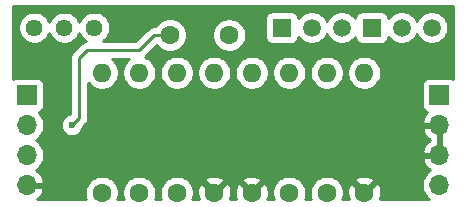
<source format=gbl>
%TF.GenerationSoftware,KiCad,Pcbnew,(5.1.8)-1*%
%TF.CreationDate,2021-02-01T19:36:53+01:00*%
%TF.ProjectId,Composite Video Amplifier,436f6d70-6f73-4697-9465-20566964656f,rev?*%
%TF.SameCoordinates,Original*%
%TF.FileFunction,Copper,L2,Bot*%
%TF.FilePolarity,Positive*%
%FSLAX46Y46*%
G04 Gerber Fmt 4.6, Leading zero omitted, Abs format (unit mm)*
G04 Created by KiCad (PCBNEW (5.1.8)-1) date 2021-02-01 19:36:53*
%MOMM*%
%LPD*%
G01*
G04 APERTURE LIST*
%TA.AperFunction,ComponentPad*%
%ADD10C,1.600000*%
%TD*%
%TA.AperFunction,ComponentPad*%
%ADD11O,1.600000X1.600000*%
%TD*%
%TA.AperFunction,ComponentPad*%
%ADD12C,1.440000*%
%TD*%
%TA.AperFunction,ComponentPad*%
%ADD13R,1.700000X1.700000*%
%TD*%
%TA.AperFunction,ComponentPad*%
%ADD14O,1.700000X1.700000*%
%TD*%
%TA.AperFunction,ComponentPad*%
%ADD15C,1.520000*%
%TD*%
%TA.AperFunction,ComponentPad*%
%ADD16R,1.520000X1.520000*%
%TD*%
%TA.AperFunction,ViaPad*%
%ADD17C,0.600000*%
%TD*%
%TA.AperFunction,Conductor*%
%ADD18C,0.250000*%
%TD*%
%TA.AperFunction,Conductor*%
%ADD19C,0.254000*%
%TD*%
%TA.AperFunction,Conductor*%
%ADD20C,0.100000*%
%TD*%
G04 APERTURE END LIST*
D10*
%TO.P,R3,1*%
%TO.N,GND*%
X150495000Y-135255000D03*
D11*
%TO.P,R3,2*%
%TO.N,Net-(Q1-Pad2)*%
X150495000Y-125095000D03*
%TD*%
D12*
%TO.P,RV1,1*%
%TO.N,Net-(Q1-Pad2)*%
X135255000Y-121285000D03*
%TO.P,RV1,2*%
%TO.N,Net-(C1-Pad1)*%
X137795000Y-121285000D03*
%TO.P,RV1,3*%
X140335000Y-121285000D03*
%TD*%
D10*
%TO.P,C1,1*%
%TO.N,Net-(C1-Pad1)*%
X151765000Y-121920000D03*
%TO.P,C1,2*%
%TO.N,/VID_IN*%
X146765000Y-121920000D03*
%TD*%
D13*
%TO.P,J2,1*%
%TO.N,/VID_OUT*%
X169545000Y-127000000D03*
D14*
%TO.P,J2,2*%
%TO.N,GND*%
X169545000Y-129540000D03*
%TO.P,J2,3*%
X169545000Y-132080000D03*
%TO.P,J2,4*%
%TO.N,/AUD_OUT*%
X169545000Y-134620000D03*
%TD*%
D15*
%TO.P,Q1,2*%
%TO.N,Net-(Q1-Pad2)*%
X158750000Y-121285000D03*
%TO.P,Q1,3*%
%TO.N,Net-(Q1-Pad3)*%
X161290000Y-121285000D03*
D16*
%TO.P,Q1,1*%
%TO.N,Net-(Q1-Pad1)*%
X156210000Y-121285000D03*
%TD*%
D15*
%TO.P,Q2,2*%
%TO.N,Net-(Q1-Pad3)*%
X166370000Y-121285000D03*
%TO.P,Q2,3*%
%TO.N,/VID_OUT*%
X168910000Y-121285000D03*
D16*
%TO.P,Q2,1*%
%TO.N,Net-(Q2-Pad1)*%
X163830000Y-121285000D03*
%TD*%
D10*
%TO.P,R1,1*%
%TO.N,/VID_IN*%
X144145000Y-135255000D03*
D11*
%TO.P,R1,2*%
%TO.N,Net-(C1-Pad1)*%
X144145000Y-125095000D03*
%TD*%
D10*
%TO.P,R2,1*%
%TO.N,VCC*%
X147320000Y-135255000D03*
D11*
%TO.P,R2,2*%
%TO.N,Net-(Q1-Pad2)*%
X147320000Y-125095000D03*
%TD*%
D10*
%TO.P,R4,1*%
%TO.N,VCC*%
X156845000Y-135255000D03*
D11*
%TO.P,R4,2*%
%TO.N,Net-(Q1-Pad3)*%
X156845000Y-125095000D03*
%TD*%
D10*
%TO.P,R5,1*%
%TO.N,GND*%
X153670000Y-135255000D03*
D11*
%TO.P,R5,2*%
%TO.N,Net-(Q1-Pad1)*%
X153670000Y-125095000D03*
%TD*%
D10*
%TO.P,R6,1*%
%TO.N,VCC*%
X160020000Y-135255000D03*
D11*
%TO.P,R6,2*%
%TO.N,Net-(Q2-Pad1)*%
X160020000Y-125095000D03*
%TD*%
D10*
%TO.P,R7,1*%
%TO.N,GND*%
X163195000Y-135255000D03*
D11*
%TO.P,R7,2*%
%TO.N,/VID_OUT*%
X163195000Y-125095000D03*
%TD*%
D10*
%TO.P,R8,1*%
%TO.N,/AUD_IN*%
X140970000Y-135255000D03*
D11*
%TO.P,R8,2*%
%TO.N,/AUD_OUT*%
X140970000Y-125095000D03*
%TD*%
D13*
%TO.P,J1,1*%
%TO.N,VCC*%
X134620000Y-127000000D03*
D14*
%TO.P,J1,2*%
%TO.N,/VID_IN*%
X134620000Y-129540000D03*
%TO.P,J1,3*%
%TO.N,/AUD_IN*%
X134620000Y-132080000D03*
%TO.P,J1,4*%
%TO.N,GND*%
X134620000Y-134620000D03*
%TD*%
D17*
%TO.N,/VID_IN*%
X138430000Y-129540000D03*
%TD*%
D18*
%TO.N,/VID_IN*%
X139065000Y-128905000D02*
X138430000Y-129540000D01*
X139065000Y-123825000D02*
X139065000Y-128905000D01*
X139700000Y-123190000D02*
X139065000Y-123825000D01*
X146765000Y-121920000D02*
X145415000Y-121920000D01*
X144145000Y-123190000D02*
X139700000Y-123190000D01*
X145415000Y-121920000D02*
X144145000Y-123190000D01*
%TD*%
D19*
%TO.N,GND*%
X170740001Y-125614389D02*
X170639180Y-125560498D01*
X170519482Y-125524188D01*
X170395000Y-125511928D01*
X168695000Y-125511928D01*
X168570518Y-125524188D01*
X168450820Y-125560498D01*
X168340506Y-125619463D01*
X168243815Y-125698815D01*
X168164463Y-125795506D01*
X168105498Y-125905820D01*
X168069188Y-126025518D01*
X168056928Y-126150000D01*
X168056928Y-127850000D01*
X168069188Y-127974482D01*
X168105498Y-128094180D01*
X168164463Y-128204494D01*
X168243815Y-128301185D01*
X168340506Y-128380537D01*
X168450820Y-128439502D01*
X168531466Y-128463966D01*
X168447412Y-128539731D01*
X168273359Y-128773080D01*
X168148175Y-129035901D01*
X168103524Y-129183110D01*
X168224845Y-129413000D01*
X169418000Y-129413000D01*
X169418000Y-129393000D01*
X169672000Y-129393000D01*
X169672000Y-129413000D01*
X169692000Y-129413000D01*
X169692000Y-129667000D01*
X169672000Y-129667000D01*
X169672000Y-131953000D01*
X169692000Y-131953000D01*
X169692000Y-132207000D01*
X169672000Y-132207000D01*
X169672000Y-132227000D01*
X169418000Y-132227000D01*
X169418000Y-132207000D01*
X168224845Y-132207000D01*
X168103524Y-132436890D01*
X168148175Y-132584099D01*
X168273359Y-132846920D01*
X168447412Y-133080269D01*
X168663645Y-133275178D01*
X168780534Y-133344805D01*
X168598368Y-133466525D01*
X168391525Y-133673368D01*
X168229010Y-133916589D01*
X168117068Y-134186842D01*
X168060000Y-134473740D01*
X168060000Y-134766260D01*
X168117068Y-135053158D01*
X168229010Y-135323411D01*
X168391525Y-135566632D01*
X168598368Y-135773475D01*
X168660515Y-135815000D01*
X164517558Y-135815000D01*
X164552571Y-135741004D01*
X164621300Y-135466816D01*
X164635217Y-135184488D01*
X164593787Y-134904870D01*
X164498603Y-134638708D01*
X164431671Y-134513486D01*
X164187702Y-134441903D01*
X163374605Y-135255000D01*
X163388748Y-135269143D01*
X163209143Y-135448748D01*
X163195000Y-135434605D01*
X163180858Y-135448748D01*
X163001253Y-135269143D01*
X163015395Y-135255000D01*
X162202298Y-134441903D01*
X161958329Y-134513486D01*
X161837429Y-134768996D01*
X161768700Y-135043184D01*
X161754783Y-135325512D01*
X161796213Y-135605130D01*
X161871266Y-135815000D01*
X161341272Y-135815000D01*
X161399853Y-135673574D01*
X161455000Y-135396335D01*
X161455000Y-135113665D01*
X161399853Y-134836426D01*
X161291680Y-134575273D01*
X161134637Y-134340241D01*
X161056694Y-134262298D01*
X162381903Y-134262298D01*
X163195000Y-135075395D01*
X164008097Y-134262298D01*
X163936514Y-134018329D01*
X163681004Y-133897429D01*
X163406816Y-133828700D01*
X163124488Y-133814783D01*
X162844870Y-133856213D01*
X162578708Y-133951397D01*
X162453486Y-134018329D01*
X162381903Y-134262298D01*
X161056694Y-134262298D01*
X160934759Y-134140363D01*
X160699727Y-133983320D01*
X160438574Y-133875147D01*
X160161335Y-133820000D01*
X159878665Y-133820000D01*
X159601426Y-133875147D01*
X159340273Y-133983320D01*
X159105241Y-134140363D01*
X158905363Y-134340241D01*
X158748320Y-134575273D01*
X158640147Y-134836426D01*
X158585000Y-135113665D01*
X158585000Y-135396335D01*
X158640147Y-135673574D01*
X158698728Y-135815000D01*
X158166272Y-135815000D01*
X158224853Y-135673574D01*
X158280000Y-135396335D01*
X158280000Y-135113665D01*
X158224853Y-134836426D01*
X158116680Y-134575273D01*
X157959637Y-134340241D01*
X157759759Y-134140363D01*
X157524727Y-133983320D01*
X157263574Y-133875147D01*
X156986335Y-133820000D01*
X156703665Y-133820000D01*
X156426426Y-133875147D01*
X156165273Y-133983320D01*
X155930241Y-134140363D01*
X155730363Y-134340241D01*
X155573320Y-134575273D01*
X155465147Y-134836426D01*
X155410000Y-135113665D01*
X155410000Y-135396335D01*
X155465147Y-135673574D01*
X155523728Y-135815000D01*
X154992558Y-135815000D01*
X155027571Y-135741004D01*
X155096300Y-135466816D01*
X155110217Y-135184488D01*
X155068787Y-134904870D01*
X154973603Y-134638708D01*
X154906671Y-134513486D01*
X154662702Y-134441903D01*
X153849605Y-135255000D01*
X153863748Y-135269143D01*
X153684143Y-135448748D01*
X153670000Y-135434605D01*
X153655858Y-135448748D01*
X153476253Y-135269143D01*
X153490395Y-135255000D01*
X152677298Y-134441903D01*
X152433329Y-134513486D01*
X152312429Y-134768996D01*
X152243700Y-135043184D01*
X152229783Y-135325512D01*
X152271213Y-135605130D01*
X152346266Y-135815000D01*
X151817558Y-135815000D01*
X151852571Y-135741004D01*
X151921300Y-135466816D01*
X151935217Y-135184488D01*
X151893787Y-134904870D01*
X151798603Y-134638708D01*
X151731671Y-134513486D01*
X151487702Y-134441903D01*
X150674605Y-135255000D01*
X150688748Y-135269143D01*
X150509143Y-135448748D01*
X150495000Y-135434605D01*
X150480858Y-135448748D01*
X150301253Y-135269143D01*
X150315395Y-135255000D01*
X149502298Y-134441903D01*
X149258329Y-134513486D01*
X149137429Y-134768996D01*
X149068700Y-135043184D01*
X149054783Y-135325512D01*
X149096213Y-135605130D01*
X149171266Y-135815000D01*
X148641272Y-135815000D01*
X148699853Y-135673574D01*
X148755000Y-135396335D01*
X148755000Y-135113665D01*
X148699853Y-134836426D01*
X148591680Y-134575273D01*
X148434637Y-134340241D01*
X148356694Y-134262298D01*
X149681903Y-134262298D01*
X150495000Y-135075395D01*
X151308097Y-134262298D01*
X152856903Y-134262298D01*
X153670000Y-135075395D01*
X154483097Y-134262298D01*
X154411514Y-134018329D01*
X154156004Y-133897429D01*
X153881816Y-133828700D01*
X153599488Y-133814783D01*
X153319870Y-133856213D01*
X153053708Y-133951397D01*
X152928486Y-134018329D01*
X152856903Y-134262298D01*
X151308097Y-134262298D01*
X151236514Y-134018329D01*
X150981004Y-133897429D01*
X150706816Y-133828700D01*
X150424488Y-133814783D01*
X150144870Y-133856213D01*
X149878708Y-133951397D01*
X149753486Y-134018329D01*
X149681903Y-134262298D01*
X148356694Y-134262298D01*
X148234759Y-134140363D01*
X147999727Y-133983320D01*
X147738574Y-133875147D01*
X147461335Y-133820000D01*
X147178665Y-133820000D01*
X146901426Y-133875147D01*
X146640273Y-133983320D01*
X146405241Y-134140363D01*
X146205363Y-134340241D01*
X146048320Y-134575273D01*
X145940147Y-134836426D01*
X145885000Y-135113665D01*
X145885000Y-135396335D01*
X145940147Y-135673574D01*
X145998728Y-135815000D01*
X145466272Y-135815000D01*
X145524853Y-135673574D01*
X145580000Y-135396335D01*
X145580000Y-135113665D01*
X145524853Y-134836426D01*
X145416680Y-134575273D01*
X145259637Y-134340241D01*
X145059759Y-134140363D01*
X144824727Y-133983320D01*
X144563574Y-133875147D01*
X144286335Y-133820000D01*
X144003665Y-133820000D01*
X143726426Y-133875147D01*
X143465273Y-133983320D01*
X143230241Y-134140363D01*
X143030363Y-134340241D01*
X142873320Y-134575273D01*
X142765147Y-134836426D01*
X142710000Y-135113665D01*
X142710000Y-135396335D01*
X142765147Y-135673574D01*
X142823728Y-135815000D01*
X142291272Y-135815000D01*
X142349853Y-135673574D01*
X142405000Y-135396335D01*
X142405000Y-135113665D01*
X142349853Y-134836426D01*
X142241680Y-134575273D01*
X142084637Y-134340241D01*
X141884759Y-134140363D01*
X141649727Y-133983320D01*
X141388574Y-133875147D01*
X141111335Y-133820000D01*
X140828665Y-133820000D01*
X140551426Y-133875147D01*
X140290273Y-133983320D01*
X140055241Y-134140363D01*
X139855363Y-134340241D01*
X139698320Y-134575273D01*
X139590147Y-134836426D01*
X139535000Y-135113665D01*
X139535000Y-135396335D01*
X139590147Y-135673574D01*
X139648728Y-135815000D01*
X135501552Y-135815000D01*
X135717588Y-135620269D01*
X135891641Y-135386920D01*
X136016825Y-135124099D01*
X136061476Y-134976890D01*
X135940155Y-134747000D01*
X134747000Y-134747000D01*
X134747000Y-134767000D01*
X134493000Y-134767000D01*
X134493000Y-134747000D01*
X134473000Y-134747000D01*
X134473000Y-134493000D01*
X134493000Y-134493000D01*
X134493000Y-134473000D01*
X134747000Y-134473000D01*
X134747000Y-134493000D01*
X135940155Y-134493000D01*
X136061476Y-134263110D01*
X136016825Y-134115901D01*
X135891641Y-133853080D01*
X135717588Y-133619731D01*
X135501355Y-133424822D01*
X135384466Y-133355195D01*
X135566632Y-133233475D01*
X135773475Y-133026632D01*
X135935990Y-132783411D01*
X136047932Y-132513158D01*
X136105000Y-132226260D01*
X136105000Y-131933740D01*
X136047932Y-131646842D01*
X135935990Y-131376589D01*
X135773475Y-131133368D01*
X135566632Y-130926525D01*
X135392240Y-130810000D01*
X135566632Y-130693475D01*
X135773475Y-130486632D01*
X135935990Y-130243411D01*
X136047932Y-129973158D01*
X136105000Y-129686260D01*
X136105000Y-129393740D01*
X136047932Y-129106842D01*
X135935990Y-128836589D01*
X135773475Y-128593368D01*
X135641620Y-128461513D01*
X135714180Y-128439502D01*
X135824494Y-128380537D01*
X135921185Y-128301185D01*
X136000537Y-128204494D01*
X136059502Y-128094180D01*
X136095812Y-127974482D01*
X136108072Y-127850000D01*
X136108072Y-126150000D01*
X136095812Y-126025518D01*
X136059502Y-125905820D01*
X136000537Y-125795506D01*
X135921185Y-125698815D01*
X135824494Y-125619463D01*
X135714180Y-125560498D01*
X135594482Y-125524188D01*
X135470000Y-125511928D01*
X133770000Y-125511928D01*
X133645518Y-125524188D01*
X133525820Y-125560498D01*
X133425000Y-125614388D01*
X133425000Y-121151544D01*
X133900000Y-121151544D01*
X133900000Y-121418456D01*
X133952072Y-121680239D01*
X134054215Y-121926833D01*
X134202503Y-122148762D01*
X134391238Y-122337497D01*
X134613167Y-122485785D01*
X134859761Y-122587928D01*
X135121544Y-122640000D01*
X135388456Y-122640000D01*
X135650239Y-122587928D01*
X135896833Y-122485785D01*
X136118762Y-122337497D01*
X136307497Y-122148762D01*
X136455785Y-121926833D01*
X136525000Y-121759734D01*
X136594215Y-121926833D01*
X136742503Y-122148762D01*
X136931238Y-122337497D01*
X137153167Y-122485785D01*
X137399761Y-122587928D01*
X137661544Y-122640000D01*
X137928456Y-122640000D01*
X138190239Y-122587928D01*
X138436833Y-122485785D01*
X138658762Y-122337497D01*
X138847497Y-122148762D01*
X138995785Y-121926833D01*
X139065000Y-121759734D01*
X139134215Y-121926833D01*
X139282503Y-122148762D01*
X139471238Y-122337497D01*
X139616486Y-122434548D01*
X139551014Y-122440997D01*
X139407753Y-122484454D01*
X139275724Y-122555026D01*
X139159999Y-122649999D01*
X139136200Y-122678998D01*
X138554002Y-123261197D01*
X138524999Y-123284999D01*
X138469871Y-123352174D01*
X138430026Y-123400724D01*
X138386451Y-123482246D01*
X138359454Y-123532754D01*
X138315997Y-123676015D01*
X138305000Y-123787668D01*
X138305000Y-123787678D01*
X138301324Y-123825000D01*
X138305000Y-123862323D01*
X138305001Y-128590197D01*
X138278351Y-128616847D01*
X138157271Y-128640932D01*
X137987111Y-128711414D01*
X137833972Y-128813738D01*
X137703738Y-128943972D01*
X137601414Y-129097111D01*
X137530932Y-129267271D01*
X137495000Y-129447911D01*
X137495000Y-129632089D01*
X137530932Y-129812729D01*
X137601414Y-129982889D01*
X137703738Y-130136028D01*
X137833972Y-130266262D01*
X137987111Y-130368586D01*
X138157271Y-130439068D01*
X138337911Y-130475000D01*
X138522089Y-130475000D01*
X138702729Y-130439068D01*
X138872889Y-130368586D01*
X139026028Y-130266262D01*
X139156262Y-130136028D01*
X139258586Y-129982889D01*
X139294207Y-129896890D01*
X168103524Y-129896890D01*
X168148175Y-130044099D01*
X168273359Y-130306920D01*
X168447412Y-130540269D01*
X168663645Y-130735178D01*
X168789255Y-130810000D01*
X168663645Y-130884822D01*
X168447412Y-131079731D01*
X168273359Y-131313080D01*
X168148175Y-131575901D01*
X168103524Y-131723110D01*
X168224845Y-131953000D01*
X169418000Y-131953000D01*
X169418000Y-129667000D01*
X168224845Y-129667000D01*
X168103524Y-129896890D01*
X139294207Y-129896890D01*
X139329068Y-129812729D01*
X139353153Y-129691649D01*
X139576002Y-129468800D01*
X139605001Y-129445001D01*
X139699974Y-129329276D01*
X139770546Y-129197247D01*
X139814003Y-129053986D01*
X139825000Y-128942333D01*
X139828677Y-128905000D01*
X139825000Y-128867667D01*
X139825000Y-125964317D01*
X139855363Y-126009759D01*
X140055241Y-126209637D01*
X140290273Y-126366680D01*
X140551426Y-126474853D01*
X140828665Y-126530000D01*
X141111335Y-126530000D01*
X141388574Y-126474853D01*
X141649727Y-126366680D01*
X141884759Y-126209637D01*
X142084637Y-126009759D01*
X142241680Y-125774727D01*
X142349853Y-125513574D01*
X142405000Y-125236335D01*
X142405000Y-124953665D01*
X142349853Y-124676426D01*
X142241680Y-124415273D01*
X142084637Y-124180241D01*
X141884759Y-123980363D01*
X141839317Y-123950000D01*
X143275683Y-123950000D01*
X143230241Y-123980363D01*
X143030363Y-124180241D01*
X142873320Y-124415273D01*
X142765147Y-124676426D01*
X142710000Y-124953665D01*
X142710000Y-125236335D01*
X142765147Y-125513574D01*
X142873320Y-125774727D01*
X143030363Y-126009759D01*
X143230241Y-126209637D01*
X143465273Y-126366680D01*
X143726426Y-126474853D01*
X144003665Y-126530000D01*
X144286335Y-126530000D01*
X144563574Y-126474853D01*
X144824727Y-126366680D01*
X145059759Y-126209637D01*
X145259637Y-126009759D01*
X145416680Y-125774727D01*
X145524853Y-125513574D01*
X145580000Y-125236335D01*
X145580000Y-124953665D01*
X145885000Y-124953665D01*
X145885000Y-125236335D01*
X145940147Y-125513574D01*
X146048320Y-125774727D01*
X146205363Y-126009759D01*
X146405241Y-126209637D01*
X146640273Y-126366680D01*
X146901426Y-126474853D01*
X147178665Y-126530000D01*
X147461335Y-126530000D01*
X147738574Y-126474853D01*
X147999727Y-126366680D01*
X148234759Y-126209637D01*
X148434637Y-126009759D01*
X148591680Y-125774727D01*
X148699853Y-125513574D01*
X148755000Y-125236335D01*
X148755000Y-124953665D01*
X149060000Y-124953665D01*
X149060000Y-125236335D01*
X149115147Y-125513574D01*
X149223320Y-125774727D01*
X149380363Y-126009759D01*
X149580241Y-126209637D01*
X149815273Y-126366680D01*
X150076426Y-126474853D01*
X150353665Y-126530000D01*
X150636335Y-126530000D01*
X150913574Y-126474853D01*
X151174727Y-126366680D01*
X151409759Y-126209637D01*
X151609637Y-126009759D01*
X151766680Y-125774727D01*
X151874853Y-125513574D01*
X151930000Y-125236335D01*
X151930000Y-124953665D01*
X152235000Y-124953665D01*
X152235000Y-125236335D01*
X152290147Y-125513574D01*
X152398320Y-125774727D01*
X152555363Y-126009759D01*
X152755241Y-126209637D01*
X152990273Y-126366680D01*
X153251426Y-126474853D01*
X153528665Y-126530000D01*
X153811335Y-126530000D01*
X154088574Y-126474853D01*
X154349727Y-126366680D01*
X154584759Y-126209637D01*
X154784637Y-126009759D01*
X154941680Y-125774727D01*
X155049853Y-125513574D01*
X155105000Y-125236335D01*
X155105000Y-124953665D01*
X155410000Y-124953665D01*
X155410000Y-125236335D01*
X155465147Y-125513574D01*
X155573320Y-125774727D01*
X155730363Y-126009759D01*
X155930241Y-126209637D01*
X156165273Y-126366680D01*
X156426426Y-126474853D01*
X156703665Y-126530000D01*
X156986335Y-126530000D01*
X157263574Y-126474853D01*
X157524727Y-126366680D01*
X157759759Y-126209637D01*
X157959637Y-126009759D01*
X158116680Y-125774727D01*
X158224853Y-125513574D01*
X158280000Y-125236335D01*
X158280000Y-124953665D01*
X158585000Y-124953665D01*
X158585000Y-125236335D01*
X158640147Y-125513574D01*
X158748320Y-125774727D01*
X158905363Y-126009759D01*
X159105241Y-126209637D01*
X159340273Y-126366680D01*
X159601426Y-126474853D01*
X159878665Y-126530000D01*
X160161335Y-126530000D01*
X160438574Y-126474853D01*
X160699727Y-126366680D01*
X160934759Y-126209637D01*
X161134637Y-126009759D01*
X161291680Y-125774727D01*
X161399853Y-125513574D01*
X161455000Y-125236335D01*
X161455000Y-124953665D01*
X161760000Y-124953665D01*
X161760000Y-125236335D01*
X161815147Y-125513574D01*
X161923320Y-125774727D01*
X162080363Y-126009759D01*
X162280241Y-126209637D01*
X162515273Y-126366680D01*
X162776426Y-126474853D01*
X163053665Y-126530000D01*
X163336335Y-126530000D01*
X163613574Y-126474853D01*
X163874727Y-126366680D01*
X164109759Y-126209637D01*
X164309637Y-126009759D01*
X164466680Y-125774727D01*
X164574853Y-125513574D01*
X164630000Y-125236335D01*
X164630000Y-124953665D01*
X164574853Y-124676426D01*
X164466680Y-124415273D01*
X164309637Y-124180241D01*
X164109759Y-123980363D01*
X163874727Y-123823320D01*
X163613574Y-123715147D01*
X163336335Y-123660000D01*
X163053665Y-123660000D01*
X162776426Y-123715147D01*
X162515273Y-123823320D01*
X162280241Y-123980363D01*
X162080363Y-124180241D01*
X161923320Y-124415273D01*
X161815147Y-124676426D01*
X161760000Y-124953665D01*
X161455000Y-124953665D01*
X161399853Y-124676426D01*
X161291680Y-124415273D01*
X161134637Y-124180241D01*
X160934759Y-123980363D01*
X160699727Y-123823320D01*
X160438574Y-123715147D01*
X160161335Y-123660000D01*
X159878665Y-123660000D01*
X159601426Y-123715147D01*
X159340273Y-123823320D01*
X159105241Y-123980363D01*
X158905363Y-124180241D01*
X158748320Y-124415273D01*
X158640147Y-124676426D01*
X158585000Y-124953665D01*
X158280000Y-124953665D01*
X158224853Y-124676426D01*
X158116680Y-124415273D01*
X157959637Y-124180241D01*
X157759759Y-123980363D01*
X157524727Y-123823320D01*
X157263574Y-123715147D01*
X156986335Y-123660000D01*
X156703665Y-123660000D01*
X156426426Y-123715147D01*
X156165273Y-123823320D01*
X155930241Y-123980363D01*
X155730363Y-124180241D01*
X155573320Y-124415273D01*
X155465147Y-124676426D01*
X155410000Y-124953665D01*
X155105000Y-124953665D01*
X155049853Y-124676426D01*
X154941680Y-124415273D01*
X154784637Y-124180241D01*
X154584759Y-123980363D01*
X154349727Y-123823320D01*
X154088574Y-123715147D01*
X153811335Y-123660000D01*
X153528665Y-123660000D01*
X153251426Y-123715147D01*
X152990273Y-123823320D01*
X152755241Y-123980363D01*
X152555363Y-124180241D01*
X152398320Y-124415273D01*
X152290147Y-124676426D01*
X152235000Y-124953665D01*
X151930000Y-124953665D01*
X151874853Y-124676426D01*
X151766680Y-124415273D01*
X151609637Y-124180241D01*
X151409759Y-123980363D01*
X151174727Y-123823320D01*
X150913574Y-123715147D01*
X150636335Y-123660000D01*
X150353665Y-123660000D01*
X150076426Y-123715147D01*
X149815273Y-123823320D01*
X149580241Y-123980363D01*
X149380363Y-124180241D01*
X149223320Y-124415273D01*
X149115147Y-124676426D01*
X149060000Y-124953665D01*
X148755000Y-124953665D01*
X148699853Y-124676426D01*
X148591680Y-124415273D01*
X148434637Y-124180241D01*
X148234759Y-123980363D01*
X147999727Y-123823320D01*
X147738574Y-123715147D01*
X147461335Y-123660000D01*
X147178665Y-123660000D01*
X146901426Y-123715147D01*
X146640273Y-123823320D01*
X146405241Y-123980363D01*
X146205363Y-124180241D01*
X146048320Y-124415273D01*
X145940147Y-124676426D01*
X145885000Y-124953665D01*
X145580000Y-124953665D01*
X145524853Y-124676426D01*
X145416680Y-124415273D01*
X145259637Y-124180241D01*
X145059759Y-123980363D01*
X144824727Y-123823320D01*
X144656300Y-123753555D01*
X144685001Y-123730001D01*
X144708804Y-123700997D01*
X145620194Y-122789608D01*
X145650363Y-122834759D01*
X145850241Y-123034637D01*
X146085273Y-123191680D01*
X146346426Y-123299853D01*
X146623665Y-123355000D01*
X146906335Y-123355000D01*
X147183574Y-123299853D01*
X147444727Y-123191680D01*
X147679759Y-123034637D01*
X147879637Y-122834759D01*
X148036680Y-122599727D01*
X148144853Y-122338574D01*
X148200000Y-122061335D01*
X148200000Y-121778665D01*
X150330000Y-121778665D01*
X150330000Y-122061335D01*
X150385147Y-122338574D01*
X150493320Y-122599727D01*
X150650363Y-122834759D01*
X150850241Y-123034637D01*
X151085273Y-123191680D01*
X151346426Y-123299853D01*
X151623665Y-123355000D01*
X151906335Y-123355000D01*
X152183574Y-123299853D01*
X152444727Y-123191680D01*
X152679759Y-123034637D01*
X152879637Y-122834759D01*
X153036680Y-122599727D01*
X153144853Y-122338574D01*
X153200000Y-122061335D01*
X153200000Y-121778665D01*
X153144853Y-121501426D01*
X153036680Y-121240273D01*
X152879637Y-121005241D01*
X152679759Y-120805363D01*
X152444727Y-120648320D01*
X152183574Y-120540147D01*
X152107426Y-120525000D01*
X154811928Y-120525000D01*
X154811928Y-122045000D01*
X154824188Y-122169482D01*
X154860498Y-122289180D01*
X154919463Y-122399494D01*
X154998815Y-122496185D01*
X155095506Y-122575537D01*
X155205820Y-122634502D01*
X155325518Y-122670812D01*
X155450000Y-122683072D01*
X156970000Y-122683072D01*
X157094482Y-122670812D01*
X157214180Y-122634502D01*
X157324494Y-122575537D01*
X157421185Y-122496185D01*
X157500537Y-122399494D01*
X157559502Y-122289180D01*
X157595812Y-122169482D01*
X157604474Y-122081533D01*
X157666433Y-122174261D01*
X157860739Y-122368567D01*
X158089220Y-122521233D01*
X158343093Y-122626391D01*
X158612604Y-122680000D01*
X158887396Y-122680000D01*
X159156907Y-122626391D01*
X159410780Y-122521233D01*
X159639261Y-122368567D01*
X159833567Y-122174261D01*
X159986233Y-121945780D01*
X160020000Y-121864260D01*
X160053767Y-121945780D01*
X160206433Y-122174261D01*
X160400739Y-122368567D01*
X160629220Y-122521233D01*
X160883093Y-122626391D01*
X161152604Y-122680000D01*
X161427396Y-122680000D01*
X161696907Y-122626391D01*
X161950780Y-122521233D01*
X162179261Y-122368567D01*
X162373567Y-122174261D01*
X162435526Y-122081533D01*
X162444188Y-122169482D01*
X162480498Y-122289180D01*
X162539463Y-122399494D01*
X162618815Y-122496185D01*
X162715506Y-122575537D01*
X162825820Y-122634502D01*
X162945518Y-122670812D01*
X163070000Y-122683072D01*
X164590000Y-122683072D01*
X164714482Y-122670812D01*
X164834180Y-122634502D01*
X164944494Y-122575537D01*
X165041185Y-122496185D01*
X165120537Y-122399494D01*
X165179502Y-122289180D01*
X165215812Y-122169482D01*
X165224474Y-122081533D01*
X165286433Y-122174261D01*
X165480739Y-122368567D01*
X165709220Y-122521233D01*
X165963093Y-122626391D01*
X166232604Y-122680000D01*
X166507396Y-122680000D01*
X166776907Y-122626391D01*
X167030780Y-122521233D01*
X167259261Y-122368567D01*
X167453567Y-122174261D01*
X167606233Y-121945780D01*
X167640000Y-121864260D01*
X167673767Y-121945780D01*
X167826433Y-122174261D01*
X168020739Y-122368567D01*
X168249220Y-122521233D01*
X168503093Y-122626391D01*
X168772604Y-122680000D01*
X169047396Y-122680000D01*
X169316907Y-122626391D01*
X169570780Y-122521233D01*
X169799261Y-122368567D01*
X169993567Y-122174261D01*
X170146233Y-121945780D01*
X170251391Y-121691907D01*
X170305000Y-121422396D01*
X170305000Y-121147604D01*
X170251391Y-120878093D01*
X170146233Y-120624220D01*
X169993567Y-120395739D01*
X169799261Y-120201433D01*
X169570780Y-120048767D01*
X169316907Y-119943609D01*
X169047396Y-119890000D01*
X168772604Y-119890000D01*
X168503093Y-119943609D01*
X168249220Y-120048767D01*
X168020739Y-120201433D01*
X167826433Y-120395739D01*
X167673767Y-120624220D01*
X167640000Y-120705740D01*
X167606233Y-120624220D01*
X167453567Y-120395739D01*
X167259261Y-120201433D01*
X167030780Y-120048767D01*
X166776907Y-119943609D01*
X166507396Y-119890000D01*
X166232604Y-119890000D01*
X165963093Y-119943609D01*
X165709220Y-120048767D01*
X165480739Y-120201433D01*
X165286433Y-120395739D01*
X165224474Y-120488467D01*
X165215812Y-120400518D01*
X165179502Y-120280820D01*
X165120537Y-120170506D01*
X165041185Y-120073815D01*
X164944494Y-119994463D01*
X164834180Y-119935498D01*
X164714482Y-119899188D01*
X164590000Y-119886928D01*
X163070000Y-119886928D01*
X162945518Y-119899188D01*
X162825820Y-119935498D01*
X162715506Y-119994463D01*
X162618815Y-120073815D01*
X162539463Y-120170506D01*
X162480498Y-120280820D01*
X162444188Y-120400518D01*
X162435526Y-120488467D01*
X162373567Y-120395739D01*
X162179261Y-120201433D01*
X161950780Y-120048767D01*
X161696907Y-119943609D01*
X161427396Y-119890000D01*
X161152604Y-119890000D01*
X160883093Y-119943609D01*
X160629220Y-120048767D01*
X160400739Y-120201433D01*
X160206433Y-120395739D01*
X160053767Y-120624220D01*
X160020000Y-120705740D01*
X159986233Y-120624220D01*
X159833567Y-120395739D01*
X159639261Y-120201433D01*
X159410780Y-120048767D01*
X159156907Y-119943609D01*
X158887396Y-119890000D01*
X158612604Y-119890000D01*
X158343093Y-119943609D01*
X158089220Y-120048767D01*
X157860739Y-120201433D01*
X157666433Y-120395739D01*
X157604474Y-120488467D01*
X157595812Y-120400518D01*
X157559502Y-120280820D01*
X157500537Y-120170506D01*
X157421185Y-120073815D01*
X157324494Y-119994463D01*
X157214180Y-119935498D01*
X157094482Y-119899188D01*
X156970000Y-119886928D01*
X155450000Y-119886928D01*
X155325518Y-119899188D01*
X155205820Y-119935498D01*
X155095506Y-119994463D01*
X154998815Y-120073815D01*
X154919463Y-120170506D01*
X154860498Y-120280820D01*
X154824188Y-120400518D01*
X154811928Y-120525000D01*
X152107426Y-120525000D01*
X151906335Y-120485000D01*
X151623665Y-120485000D01*
X151346426Y-120540147D01*
X151085273Y-120648320D01*
X150850241Y-120805363D01*
X150650363Y-121005241D01*
X150493320Y-121240273D01*
X150385147Y-121501426D01*
X150330000Y-121778665D01*
X148200000Y-121778665D01*
X148144853Y-121501426D01*
X148036680Y-121240273D01*
X147879637Y-121005241D01*
X147679759Y-120805363D01*
X147444727Y-120648320D01*
X147183574Y-120540147D01*
X146906335Y-120485000D01*
X146623665Y-120485000D01*
X146346426Y-120540147D01*
X146085273Y-120648320D01*
X145850241Y-120805363D01*
X145650363Y-121005241D01*
X145546957Y-121160000D01*
X145452322Y-121160000D01*
X145414999Y-121156324D01*
X145377676Y-121160000D01*
X145377667Y-121160000D01*
X145266014Y-121170997D01*
X145122753Y-121214454D01*
X144990724Y-121285026D01*
X144874999Y-121379999D01*
X144851201Y-121408997D01*
X143830199Y-122430000D01*
X141060321Y-122430000D01*
X141198762Y-122337497D01*
X141387497Y-122148762D01*
X141535785Y-121926833D01*
X141637928Y-121680239D01*
X141690000Y-121418456D01*
X141690000Y-121151544D01*
X141637928Y-120889761D01*
X141535785Y-120643167D01*
X141387497Y-120421238D01*
X141198762Y-120232503D01*
X140976833Y-120084215D01*
X140730239Y-119982072D01*
X140468456Y-119930000D01*
X140201544Y-119930000D01*
X139939761Y-119982072D01*
X139693167Y-120084215D01*
X139471238Y-120232503D01*
X139282503Y-120421238D01*
X139134215Y-120643167D01*
X139065000Y-120810266D01*
X138995785Y-120643167D01*
X138847497Y-120421238D01*
X138658762Y-120232503D01*
X138436833Y-120084215D01*
X138190239Y-119982072D01*
X137928456Y-119930000D01*
X137661544Y-119930000D01*
X137399761Y-119982072D01*
X137153167Y-120084215D01*
X136931238Y-120232503D01*
X136742503Y-120421238D01*
X136594215Y-120643167D01*
X136525000Y-120810266D01*
X136455785Y-120643167D01*
X136307497Y-120421238D01*
X136118762Y-120232503D01*
X135896833Y-120084215D01*
X135650239Y-119982072D01*
X135388456Y-119930000D01*
X135121544Y-119930000D01*
X134859761Y-119982072D01*
X134613167Y-120084215D01*
X134391238Y-120232503D01*
X134202503Y-120421238D01*
X134054215Y-120643167D01*
X133952072Y-120889761D01*
X133900000Y-121151544D01*
X133425000Y-121151544D01*
X133425000Y-119455000D01*
X170740001Y-119455000D01*
X170740001Y-125614389D01*
%TA.AperFunction,Conductor*%
D20*
G36*
X170740001Y-125614389D02*
G01*
X170639180Y-125560498D01*
X170519482Y-125524188D01*
X170395000Y-125511928D01*
X168695000Y-125511928D01*
X168570518Y-125524188D01*
X168450820Y-125560498D01*
X168340506Y-125619463D01*
X168243815Y-125698815D01*
X168164463Y-125795506D01*
X168105498Y-125905820D01*
X168069188Y-126025518D01*
X168056928Y-126150000D01*
X168056928Y-127850000D01*
X168069188Y-127974482D01*
X168105498Y-128094180D01*
X168164463Y-128204494D01*
X168243815Y-128301185D01*
X168340506Y-128380537D01*
X168450820Y-128439502D01*
X168531466Y-128463966D01*
X168447412Y-128539731D01*
X168273359Y-128773080D01*
X168148175Y-129035901D01*
X168103524Y-129183110D01*
X168224845Y-129413000D01*
X169418000Y-129413000D01*
X169418000Y-129393000D01*
X169672000Y-129393000D01*
X169672000Y-129413000D01*
X169692000Y-129413000D01*
X169692000Y-129667000D01*
X169672000Y-129667000D01*
X169672000Y-131953000D01*
X169692000Y-131953000D01*
X169692000Y-132207000D01*
X169672000Y-132207000D01*
X169672000Y-132227000D01*
X169418000Y-132227000D01*
X169418000Y-132207000D01*
X168224845Y-132207000D01*
X168103524Y-132436890D01*
X168148175Y-132584099D01*
X168273359Y-132846920D01*
X168447412Y-133080269D01*
X168663645Y-133275178D01*
X168780534Y-133344805D01*
X168598368Y-133466525D01*
X168391525Y-133673368D01*
X168229010Y-133916589D01*
X168117068Y-134186842D01*
X168060000Y-134473740D01*
X168060000Y-134766260D01*
X168117068Y-135053158D01*
X168229010Y-135323411D01*
X168391525Y-135566632D01*
X168598368Y-135773475D01*
X168660515Y-135815000D01*
X164517558Y-135815000D01*
X164552571Y-135741004D01*
X164621300Y-135466816D01*
X164635217Y-135184488D01*
X164593787Y-134904870D01*
X164498603Y-134638708D01*
X164431671Y-134513486D01*
X164187702Y-134441903D01*
X163374605Y-135255000D01*
X163388748Y-135269143D01*
X163209143Y-135448748D01*
X163195000Y-135434605D01*
X163180858Y-135448748D01*
X163001253Y-135269143D01*
X163015395Y-135255000D01*
X162202298Y-134441903D01*
X161958329Y-134513486D01*
X161837429Y-134768996D01*
X161768700Y-135043184D01*
X161754783Y-135325512D01*
X161796213Y-135605130D01*
X161871266Y-135815000D01*
X161341272Y-135815000D01*
X161399853Y-135673574D01*
X161455000Y-135396335D01*
X161455000Y-135113665D01*
X161399853Y-134836426D01*
X161291680Y-134575273D01*
X161134637Y-134340241D01*
X161056694Y-134262298D01*
X162381903Y-134262298D01*
X163195000Y-135075395D01*
X164008097Y-134262298D01*
X163936514Y-134018329D01*
X163681004Y-133897429D01*
X163406816Y-133828700D01*
X163124488Y-133814783D01*
X162844870Y-133856213D01*
X162578708Y-133951397D01*
X162453486Y-134018329D01*
X162381903Y-134262298D01*
X161056694Y-134262298D01*
X160934759Y-134140363D01*
X160699727Y-133983320D01*
X160438574Y-133875147D01*
X160161335Y-133820000D01*
X159878665Y-133820000D01*
X159601426Y-133875147D01*
X159340273Y-133983320D01*
X159105241Y-134140363D01*
X158905363Y-134340241D01*
X158748320Y-134575273D01*
X158640147Y-134836426D01*
X158585000Y-135113665D01*
X158585000Y-135396335D01*
X158640147Y-135673574D01*
X158698728Y-135815000D01*
X158166272Y-135815000D01*
X158224853Y-135673574D01*
X158280000Y-135396335D01*
X158280000Y-135113665D01*
X158224853Y-134836426D01*
X158116680Y-134575273D01*
X157959637Y-134340241D01*
X157759759Y-134140363D01*
X157524727Y-133983320D01*
X157263574Y-133875147D01*
X156986335Y-133820000D01*
X156703665Y-133820000D01*
X156426426Y-133875147D01*
X156165273Y-133983320D01*
X155930241Y-134140363D01*
X155730363Y-134340241D01*
X155573320Y-134575273D01*
X155465147Y-134836426D01*
X155410000Y-135113665D01*
X155410000Y-135396335D01*
X155465147Y-135673574D01*
X155523728Y-135815000D01*
X154992558Y-135815000D01*
X155027571Y-135741004D01*
X155096300Y-135466816D01*
X155110217Y-135184488D01*
X155068787Y-134904870D01*
X154973603Y-134638708D01*
X154906671Y-134513486D01*
X154662702Y-134441903D01*
X153849605Y-135255000D01*
X153863748Y-135269143D01*
X153684143Y-135448748D01*
X153670000Y-135434605D01*
X153655858Y-135448748D01*
X153476253Y-135269143D01*
X153490395Y-135255000D01*
X152677298Y-134441903D01*
X152433329Y-134513486D01*
X152312429Y-134768996D01*
X152243700Y-135043184D01*
X152229783Y-135325512D01*
X152271213Y-135605130D01*
X152346266Y-135815000D01*
X151817558Y-135815000D01*
X151852571Y-135741004D01*
X151921300Y-135466816D01*
X151935217Y-135184488D01*
X151893787Y-134904870D01*
X151798603Y-134638708D01*
X151731671Y-134513486D01*
X151487702Y-134441903D01*
X150674605Y-135255000D01*
X150688748Y-135269143D01*
X150509143Y-135448748D01*
X150495000Y-135434605D01*
X150480858Y-135448748D01*
X150301253Y-135269143D01*
X150315395Y-135255000D01*
X149502298Y-134441903D01*
X149258329Y-134513486D01*
X149137429Y-134768996D01*
X149068700Y-135043184D01*
X149054783Y-135325512D01*
X149096213Y-135605130D01*
X149171266Y-135815000D01*
X148641272Y-135815000D01*
X148699853Y-135673574D01*
X148755000Y-135396335D01*
X148755000Y-135113665D01*
X148699853Y-134836426D01*
X148591680Y-134575273D01*
X148434637Y-134340241D01*
X148356694Y-134262298D01*
X149681903Y-134262298D01*
X150495000Y-135075395D01*
X151308097Y-134262298D01*
X152856903Y-134262298D01*
X153670000Y-135075395D01*
X154483097Y-134262298D01*
X154411514Y-134018329D01*
X154156004Y-133897429D01*
X153881816Y-133828700D01*
X153599488Y-133814783D01*
X153319870Y-133856213D01*
X153053708Y-133951397D01*
X152928486Y-134018329D01*
X152856903Y-134262298D01*
X151308097Y-134262298D01*
X151236514Y-134018329D01*
X150981004Y-133897429D01*
X150706816Y-133828700D01*
X150424488Y-133814783D01*
X150144870Y-133856213D01*
X149878708Y-133951397D01*
X149753486Y-134018329D01*
X149681903Y-134262298D01*
X148356694Y-134262298D01*
X148234759Y-134140363D01*
X147999727Y-133983320D01*
X147738574Y-133875147D01*
X147461335Y-133820000D01*
X147178665Y-133820000D01*
X146901426Y-133875147D01*
X146640273Y-133983320D01*
X146405241Y-134140363D01*
X146205363Y-134340241D01*
X146048320Y-134575273D01*
X145940147Y-134836426D01*
X145885000Y-135113665D01*
X145885000Y-135396335D01*
X145940147Y-135673574D01*
X145998728Y-135815000D01*
X145466272Y-135815000D01*
X145524853Y-135673574D01*
X145580000Y-135396335D01*
X145580000Y-135113665D01*
X145524853Y-134836426D01*
X145416680Y-134575273D01*
X145259637Y-134340241D01*
X145059759Y-134140363D01*
X144824727Y-133983320D01*
X144563574Y-133875147D01*
X144286335Y-133820000D01*
X144003665Y-133820000D01*
X143726426Y-133875147D01*
X143465273Y-133983320D01*
X143230241Y-134140363D01*
X143030363Y-134340241D01*
X142873320Y-134575273D01*
X142765147Y-134836426D01*
X142710000Y-135113665D01*
X142710000Y-135396335D01*
X142765147Y-135673574D01*
X142823728Y-135815000D01*
X142291272Y-135815000D01*
X142349853Y-135673574D01*
X142405000Y-135396335D01*
X142405000Y-135113665D01*
X142349853Y-134836426D01*
X142241680Y-134575273D01*
X142084637Y-134340241D01*
X141884759Y-134140363D01*
X141649727Y-133983320D01*
X141388574Y-133875147D01*
X141111335Y-133820000D01*
X140828665Y-133820000D01*
X140551426Y-133875147D01*
X140290273Y-133983320D01*
X140055241Y-134140363D01*
X139855363Y-134340241D01*
X139698320Y-134575273D01*
X139590147Y-134836426D01*
X139535000Y-135113665D01*
X139535000Y-135396335D01*
X139590147Y-135673574D01*
X139648728Y-135815000D01*
X135501552Y-135815000D01*
X135717588Y-135620269D01*
X135891641Y-135386920D01*
X136016825Y-135124099D01*
X136061476Y-134976890D01*
X135940155Y-134747000D01*
X134747000Y-134747000D01*
X134747000Y-134767000D01*
X134493000Y-134767000D01*
X134493000Y-134747000D01*
X134473000Y-134747000D01*
X134473000Y-134493000D01*
X134493000Y-134493000D01*
X134493000Y-134473000D01*
X134747000Y-134473000D01*
X134747000Y-134493000D01*
X135940155Y-134493000D01*
X136061476Y-134263110D01*
X136016825Y-134115901D01*
X135891641Y-133853080D01*
X135717588Y-133619731D01*
X135501355Y-133424822D01*
X135384466Y-133355195D01*
X135566632Y-133233475D01*
X135773475Y-133026632D01*
X135935990Y-132783411D01*
X136047932Y-132513158D01*
X136105000Y-132226260D01*
X136105000Y-131933740D01*
X136047932Y-131646842D01*
X135935990Y-131376589D01*
X135773475Y-131133368D01*
X135566632Y-130926525D01*
X135392240Y-130810000D01*
X135566632Y-130693475D01*
X135773475Y-130486632D01*
X135935990Y-130243411D01*
X136047932Y-129973158D01*
X136105000Y-129686260D01*
X136105000Y-129393740D01*
X136047932Y-129106842D01*
X135935990Y-128836589D01*
X135773475Y-128593368D01*
X135641620Y-128461513D01*
X135714180Y-128439502D01*
X135824494Y-128380537D01*
X135921185Y-128301185D01*
X136000537Y-128204494D01*
X136059502Y-128094180D01*
X136095812Y-127974482D01*
X136108072Y-127850000D01*
X136108072Y-126150000D01*
X136095812Y-126025518D01*
X136059502Y-125905820D01*
X136000537Y-125795506D01*
X135921185Y-125698815D01*
X135824494Y-125619463D01*
X135714180Y-125560498D01*
X135594482Y-125524188D01*
X135470000Y-125511928D01*
X133770000Y-125511928D01*
X133645518Y-125524188D01*
X133525820Y-125560498D01*
X133425000Y-125614388D01*
X133425000Y-121151544D01*
X133900000Y-121151544D01*
X133900000Y-121418456D01*
X133952072Y-121680239D01*
X134054215Y-121926833D01*
X134202503Y-122148762D01*
X134391238Y-122337497D01*
X134613167Y-122485785D01*
X134859761Y-122587928D01*
X135121544Y-122640000D01*
X135388456Y-122640000D01*
X135650239Y-122587928D01*
X135896833Y-122485785D01*
X136118762Y-122337497D01*
X136307497Y-122148762D01*
X136455785Y-121926833D01*
X136525000Y-121759734D01*
X136594215Y-121926833D01*
X136742503Y-122148762D01*
X136931238Y-122337497D01*
X137153167Y-122485785D01*
X137399761Y-122587928D01*
X137661544Y-122640000D01*
X137928456Y-122640000D01*
X138190239Y-122587928D01*
X138436833Y-122485785D01*
X138658762Y-122337497D01*
X138847497Y-122148762D01*
X138995785Y-121926833D01*
X139065000Y-121759734D01*
X139134215Y-121926833D01*
X139282503Y-122148762D01*
X139471238Y-122337497D01*
X139616486Y-122434548D01*
X139551014Y-122440997D01*
X139407753Y-122484454D01*
X139275724Y-122555026D01*
X139159999Y-122649999D01*
X139136200Y-122678998D01*
X138554002Y-123261197D01*
X138524999Y-123284999D01*
X138469871Y-123352174D01*
X138430026Y-123400724D01*
X138386451Y-123482246D01*
X138359454Y-123532754D01*
X138315997Y-123676015D01*
X138305000Y-123787668D01*
X138305000Y-123787678D01*
X138301324Y-123825000D01*
X138305000Y-123862323D01*
X138305001Y-128590197D01*
X138278351Y-128616847D01*
X138157271Y-128640932D01*
X137987111Y-128711414D01*
X137833972Y-128813738D01*
X137703738Y-128943972D01*
X137601414Y-129097111D01*
X137530932Y-129267271D01*
X137495000Y-129447911D01*
X137495000Y-129632089D01*
X137530932Y-129812729D01*
X137601414Y-129982889D01*
X137703738Y-130136028D01*
X137833972Y-130266262D01*
X137987111Y-130368586D01*
X138157271Y-130439068D01*
X138337911Y-130475000D01*
X138522089Y-130475000D01*
X138702729Y-130439068D01*
X138872889Y-130368586D01*
X139026028Y-130266262D01*
X139156262Y-130136028D01*
X139258586Y-129982889D01*
X139294207Y-129896890D01*
X168103524Y-129896890D01*
X168148175Y-130044099D01*
X168273359Y-130306920D01*
X168447412Y-130540269D01*
X168663645Y-130735178D01*
X168789255Y-130810000D01*
X168663645Y-130884822D01*
X168447412Y-131079731D01*
X168273359Y-131313080D01*
X168148175Y-131575901D01*
X168103524Y-131723110D01*
X168224845Y-131953000D01*
X169418000Y-131953000D01*
X169418000Y-129667000D01*
X168224845Y-129667000D01*
X168103524Y-129896890D01*
X139294207Y-129896890D01*
X139329068Y-129812729D01*
X139353153Y-129691649D01*
X139576002Y-129468800D01*
X139605001Y-129445001D01*
X139699974Y-129329276D01*
X139770546Y-129197247D01*
X139814003Y-129053986D01*
X139825000Y-128942333D01*
X139828677Y-128905000D01*
X139825000Y-128867667D01*
X139825000Y-125964317D01*
X139855363Y-126009759D01*
X140055241Y-126209637D01*
X140290273Y-126366680D01*
X140551426Y-126474853D01*
X140828665Y-126530000D01*
X141111335Y-126530000D01*
X141388574Y-126474853D01*
X141649727Y-126366680D01*
X141884759Y-126209637D01*
X142084637Y-126009759D01*
X142241680Y-125774727D01*
X142349853Y-125513574D01*
X142405000Y-125236335D01*
X142405000Y-124953665D01*
X142349853Y-124676426D01*
X142241680Y-124415273D01*
X142084637Y-124180241D01*
X141884759Y-123980363D01*
X141839317Y-123950000D01*
X143275683Y-123950000D01*
X143230241Y-123980363D01*
X143030363Y-124180241D01*
X142873320Y-124415273D01*
X142765147Y-124676426D01*
X142710000Y-124953665D01*
X142710000Y-125236335D01*
X142765147Y-125513574D01*
X142873320Y-125774727D01*
X143030363Y-126009759D01*
X143230241Y-126209637D01*
X143465273Y-126366680D01*
X143726426Y-126474853D01*
X144003665Y-126530000D01*
X144286335Y-126530000D01*
X144563574Y-126474853D01*
X144824727Y-126366680D01*
X145059759Y-126209637D01*
X145259637Y-126009759D01*
X145416680Y-125774727D01*
X145524853Y-125513574D01*
X145580000Y-125236335D01*
X145580000Y-124953665D01*
X145885000Y-124953665D01*
X145885000Y-125236335D01*
X145940147Y-125513574D01*
X146048320Y-125774727D01*
X146205363Y-126009759D01*
X146405241Y-126209637D01*
X146640273Y-126366680D01*
X146901426Y-126474853D01*
X147178665Y-126530000D01*
X147461335Y-126530000D01*
X147738574Y-126474853D01*
X147999727Y-126366680D01*
X148234759Y-126209637D01*
X148434637Y-126009759D01*
X148591680Y-125774727D01*
X148699853Y-125513574D01*
X148755000Y-125236335D01*
X148755000Y-124953665D01*
X149060000Y-124953665D01*
X149060000Y-125236335D01*
X149115147Y-125513574D01*
X149223320Y-125774727D01*
X149380363Y-126009759D01*
X149580241Y-126209637D01*
X149815273Y-126366680D01*
X150076426Y-126474853D01*
X150353665Y-126530000D01*
X150636335Y-126530000D01*
X150913574Y-126474853D01*
X151174727Y-126366680D01*
X151409759Y-126209637D01*
X151609637Y-126009759D01*
X151766680Y-125774727D01*
X151874853Y-125513574D01*
X151930000Y-125236335D01*
X151930000Y-124953665D01*
X152235000Y-124953665D01*
X152235000Y-125236335D01*
X152290147Y-125513574D01*
X152398320Y-125774727D01*
X152555363Y-126009759D01*
X152755241Y-126209637D01*
X152990273Y-126366680D01*
X153251426Y-126474853D01*
X153528665Y-126530000D01*
X153811335Y-126530000D01*
X154088574Y-126474853D01*
X154349727Y-126366680D01*
X154584759Y-126209637D01*
X154784637Y-126009759D01*
X154941680Y-125774727D01*
X155049853Y-125513574D01*
X155105000Y-125236335D01*
X155105000Y-124953665D01*
X155410000Y-124953665D01*
X155410000Y-125236335D01*
X155465147Y-125513574D01*
X155573320Y-125774727D01*
X155730363Y-126009759D01*
X155930241Y-126209637D01*
X156165273Y-126366680D01*
X156426426Y-126474853D01*
X156703665Y-126530000D01*
X156986335Y-126530000D01*
X157263574Y-126474853D01*
X157524727Y-126366680D01*
X157759759Y-126209637D01*
X157959637Y-126009759D01*
X158116680Y-125774727D01*
X158224853Y-125513574D01*
X158280000Y-125236335D01*
X158280000Y-124953665D01*
X158585000Y-124953665D01*
X158585000Y-125236335D01*
X158640147Y-125513574D01*
X158748320Y-125774727D01*
X158905363Y-126009759D01*
X159105241Y-126209637D01*
X159340273Y-126366680D01*
X159601426Y-126474853D01*
X159878665Y-126530000D01*
X160161335Y-126530000D01*
X160438574Y-126474853D01*
X160699727Y-126366680D01*
X160934759Y-126209637D01*
X161134637Y-126009759D01*
X161291680Y-125774727D01*
X161399853Y-125513574D01*
X161455000Y-125236335D01*
X161455000Y-124953665D01*
X161760000Y-124953665D01*
X161760000Y-125236335D01*
X161815147Y-125513574D01*
X161923320Y-125774727D01*
X162080363Y-126009759D01*
X162280241Y-126209637D01*
X162515273Y-126366680D01*
X162776426Y-126474853D01*
X163053665Y-126530000D01*
X163336335Y-126530000D01*
X163613574Y-126474853D01*
X163874727Y-126366680D01*
X164109759Y-126209637D01*
X164309637Y-126009759D01*
X164466680Y-125774727D01*
X164574853Y-125513574D01*
X164630000Y-125236335D01*
X164630000Y-124953665D01*
X164574853Y-124676426D01*
X164466680Y-124415273D01*
X164309637Y-124180241D01*
X164109759Y-123980363D01*
X163874727Y-123823320D01*
X163613574Y-123715147D01*
X163336335Y-123660000D01*
X163053665Y-123660000D01*
X162776426Y-123715147D01*
X162515273Y-123823320D01*
X162280241Y-123980363D01*
X162080363Y-124180241D01*
X161923320Y-124415273D01*
X161815147Y-124676426D01*
X161760000Y-124953665D01*
X161455000Y-124953665D01*
X161399853Y-124676426D01*
X161291680Y-124415273D01*
X161134637Y-124180241D01*
X160934759Y-123980363D01*
X160699727Y-123823320D01*
X160438574Y-123715147D01*
X160161335Y-123660000D01*
X159878665Y-123660000D01*
X159601426Y-123715147D01*
X159340273Y-123823320D01*
X159105241Y-123980363D01*
X158905363Y-124180241D01*
X158748320Y-124415273D01*
X158640147Y-124676426D01*
X158585000Y-124953665D01*
X158280000Y-124953665D01*
X158224853Y-124676426D01*
X158116680Y-124415273D01*
X157959637Y-124180241D01*
X157759759Y-123980363D01*
X157524727Y-123823320D01*
X157263574Y-123715147D01*
X156986335Y-123660000D01*
X156703665Y-123660000D01*
X156426426Y-123715147D01*
X156165273Y-123823320D01*
X155930241Y-123980363D01*
X155730363Y-124180241D01*
X155573320Y-124415273D01*
X155465147Y-124676426D01*
X155410000Y-124953665D01*
X155105000Y-124953665D01*
X155049853Y-124676426D01*
X154941680Y-124415273D01*
X154784637Y-124180241D01*
X154584759Y-123980363D01*
X154349727Y-123823320D01*
X154088574Y-123715147D01*
X153811335Y-123660000D01*
X153528665Y-123660000D01*
X153251426Y-123715147D01*
X152990273Y-123823320D01*
X152755241Y-123980363D01*
X152555363Y-124180241D01*
X152398320Y-124415273D01*
X152290147Y-124676426D01*
X152235000Y-124953665D01*
X151930000Y-124953665D01*
X151874853Y-124676426D01*
X151766680Y-124415273D01*
X151609637Y-124180241D01*
X151409759Y-123980363D01*
X151174727Y-123823320D01*
X150913574Y-123715147D01*
X150636335Y-123660000D01*
X150353665Y-123660000D01*
X150076426Y-123715147D01*
X149815273Y-123823320D01*
X149580241Y-123980363D01*
X149380363Y-124180241D01*
X149223320Y-124415273D01*
X149115147Y-124676426D01*
X149060000Y-124953665D01*
X148755000Y-124953665D01*
X148699853Y-124676426D01*
X148591680Y-124415273D01*
X148434637Y-124180241D01*
X148234759Y-123980363D01*
X147999727Y-123823320D01*
X147738574Y-123715147D01*
X147461335Y-123660000D01*
X147178665Y-123660000D01*
X146901426Y-123715147D01*
X146640273Y-123823320D01*
X146405241Y-123980363D01*
X146205363Y-124180241D01*
X146048320Y-124415273D01*
X145940147Y-124676426D01*
X145885000Y-124953665D01*
X145580000Y-124953665D01*
X145524853Y-124676426D01*
X145416680Y-124415273D01*
X145259637Y-124180241D01*
X145059759Y-123980363D01*
X144824727Y-123823320D01*
X144656300Y-123753555D01*
X144685001Y-123730001D01*
X144708804Y-123700997D01*
X145620194Y-122789608D01*
X145650363Y-122834759D01*
X145850241Y-123034637D01*
X146085273Y-123191680D01*
X146346426Y-123299853D01*
X146623665Y-123355000D01*
X146906335Y-123355000D01*
X147183574Y-123299853D01*
X147444727Y-123191680D01*
X147679759Y-123034637D01*
X147879637Y-122834759D01*
X148036680Y-122599727D01*
X148144853Y-122338574D01*
X148200000Y-122061335D01*
X148200000Y-121778665D01*
X150330000Y-121778665D01*
X150330000Y-122061335D01*
X150385147Y-122338574D01*
X150493320Y-122599727D01*
X150650363Y-122834759D01*
X150850241Y-123034637D01*
X151085273Y-123191680D01*
X151346426Y-123299853D01*
X151623665Y-123355000D01*
X151906335Y-123355000D01*
X152183574Y-123299853D01*
X152444727Y-123191680D01*
X152679759Y-123034637D01*
X152879637Y-122834759D01*
X153036680Y-122599727D01*
X153144853Y-122338574D01*
X153200000Y-122061335D01*
X153200000Y-121778665D01*
X153144853Y-121501426D01*
X153036680Y-121240273D01*
X152879637Y-121005241D01*
X152679759Y-120805363D01*
X152444727Y-120648320D01*
X152183574Y-120540147D01*
X152107426Y-120525000D01*
X154811928Y-120525000D01*
X154811928Y-122045000D01*
X154824188Y-122169482D01*
X154860498Y-122289180D01*
X154919463Y-122399494D01*
X154998815Y-122496185D01*
X155095506Y-122575537D01*
X155205820Y-122634502D01*
X155325518Y-122670812D01*
X155450000Y-122683072D01*
X156970000Y-122683072D01*
X157094482Y-122670812D01*
X157214180Y-122634502D01*
X157324494Y-122575537D01*
X157421185Y-122496185D01*
X157500537Y-122399494D01*
X157559502Y-122289180D01*
X157595812Y-122169482D01*
X157604474Y-122081533D01*
X157666433Y-122174261D01*
X157860739Y-122368567D01*
X158089220Y-122521233D01*
X158343093Y-122626391D01*
X158612604Y-122680000D01*
X158887396Y-122680000D01*
X159156907Y-122626391D01*
X159410780Y-122521233D01*
X159639261Y-122368567D01*
X159833567Y-122174261D01*
X159986233Y-121945780D01*
X160020000Y-121864260D01*
X160053767Y-121945780D01*
X160206433Y-122174261D01*
X160400739Y-122368567D01*
X160629220Y-122521233D01*
X160883093Y-122626391D01*
X161152604Y-122680000D01*
X161427396Y-122680000D01*
X161696907Y-122626391D01*
X161950780Y-122521233D01*
X162179261Y-122368567D01*
X162373567Y-122174261D01*
X162435526Y-122081533D01*
X162444188Y-122169482D01*
X162480498Y-122289180D01*
X162539463Y-122399494D01*
X162618815Y-122496185D01*
X162715506Y-122575537D01*
X162825820Y-122634502D01*
X162945518Y-122670812D01*
X163070000Y-122683072D01*
X164590000Y-122683072D01*
X164714482Y-122670812D01*
X164834180Y-122634502D01*
X164944494Y-122575537D01*
X165041185Y-122496185D01*
X165120537Y-122399494D01*
X165179502Y-122289180D01*
X165215812Y-122169482D01*
X165224474Y-122081533D01*
X165286433Y-122174261D01*
X165480739Y-122368567D01*
X165709220Y-122521233D01*
X165963093Y-122626391D01*
X166232604Y-122680000D01*
X166507396Y-122680000D01*
X166776907Y-122626391D01*
X167030780Y-122521233D01*
X167259261Y-122368567D01*
X167453567Y-122174261D01*
X167606233Y-121945780D01*
X167640000Y-121864260D01*
X167673767Y-121945780D01*
X167826433Y-122174261D01*
X168020739Y-122368567D01*
X168249220Y-122521233D01*
X168503093Y-122626391D01*
X168772604Y-122680000D01*
X169047396Y-122680000D01*
X169316907Y-122626391D01*
X169570780Y-122521233D01*
X169799261Y-122368567D01*
X169993567Y-122174261D01*
X170146233Y-121945780D01*
X170251391Y-121691907D01*
X170305000Y-121422396D01*
X170305000Y-121147604D01*
X170251391Y-120878093D01*
X170146233Y-120624220D01*
X169993567Y-120395739D01*
X169799261Y-120201433D01*
X169570780Y-120048767D01*
X169316907Y-119943609D01*
X169047396Y-119890000D01*
X168772604Y-119890000D01*
X168503093Y-119943609D01*
X168249220Y-120048767D01*
X168020739Y-120201433D01*
X167826433Y-120395739D01*
X167673767Y-120624220D01*
X167640000Y-120705740D01*
X167606233Y-120624220D01*
X167453567Y-120395739D01*
X167259261Y-120201433D01*
X167030780Y-120048767D01*
X166776907Y-119943609D01*
X166507396Y-119890000D01*
X166232604Y-119890000D01*
X165963093Y-119943609D01*
X165709220Y-120048767D01*
X165480739Y-120201433D01*
X165286433Y-120395739D01*
X165224474Y-120488467D01*
X165215812Y-120400518D01*
X165179502Y-120280820D01*
X165120537Y-120170506D01*
X165041185Y-120073815D01*
X164944494Y-119994463D01*
X164834180Y-119935498D01*
X164714482Y-119899188D01*
X164590000Y-119886928D01*
X163070000Y-119886928D01*
X162945518Y-119899188D01*
X162825820Y-119935498D01*
X162715506Y-119994463D01*
X162618815Y-120073815D01*
X162539463Y-120170506D01*
X162480498Y-120280820D01*
X162444188Y-120400518D01*
X162435526Y-120488467D01*
X162373567Y-120395739D01*
X162179261Y-120201433D01*
X161950780Y-120048767D01*
X161696907Y-119943609D01*
X161427396Y-119890000D01*
X161152604Y-119890000D01*
X160883093Y-119943609D01*
X160629220Y-120048767D01*
X160400739Y-120201433D01*
X160206433Y-120395739D01*
X160053767Y-120624220D01*
X160020000Y-120705740D01*
X159986233Y-120624220D01*
X159833567Y-120395739D01*
X159639261Y-120201433D01*
X159410780Y-120048767D01*
X159156907Y-119943609D01*
X158887396Y-119890000D01*
X158612604Y-119890000D01*
X158343093Y-119943609D01*
X158089220Y-120048767D01*
X157860739Y-120201433D01*
X157666433Y-120395739D01*
X157604474Y-120488467D01*
X157595812Y-120400518D01*
X157559502Y-120280820D01*
X157500537Y-120170506D01*
X157421185Y-120073815D01*
X157324494Y-119994463D01*
X157214180Y-119935498D01*
X157094482Y-119899188D01*
X156970000Y-119886928D01*
X155450000Y-119886928D01*
X155325518Y-119899188D01*
X155205820Y-119935498D01*
X155095506Y-119994463D01*
X154998815Y-120073815D01*
X154919463Y-120170506D01*
X154860498Y-120280820D01*
X154824188Y-120400518D01*
X154811928Y-120525000D01*
X152107426Y-120525000D01*
X151906335Y-120485000D01*
X151623665Y-120485000D01*
X151346426Y-120540147D01*
X151085273Y-120648320D01*
X150850241Y-120805363D01*
X150650363Y-121005241D01*
X150493320Y-121240273D01*
X150385147Y-121501426D01*
X150330000Y-121778665D01*
X148200000Y-121778665D01*
X148144853Y-121501426D01*
X148036680Y-121240273D01*
X147879637Y-121005241D01*
X147679759Y-120805363D01*
X147444727Y-120648320D01*
X147183574Y-120540147D01*
X146906335Y-120485000D01*
X146623665Y-120485000D01*
X146346426Y-120540147D01*
X146085273Y-120648320D01*
X145850241Y-120805363D01*
X145650363Y-121005241D01*
X145546957Y-121160000D01*
X145452322Y-121160000D01*
X145414999Y-121156324D01*
X145377676Y-121160000D01*
X145377667Y-121160000D01*
X145266014Y-121170997D01*
X145122753Y-121214454D01*
X144990724Y-121285026D01*
X144874999Y-121379999D01*
X144851201Y-121408997D01*
X143830199Y-122430000D01*
X141060321Y-122430000D01*
X141198762Y-122337497D01*
X141387497Y-122148762D01*
X141535785Y-121926833D01*
X141637928Y-121680239D01*
X141690000Y-121418456D01*
X141690000Y-121151544D01*
X141637928Y-120889761D01*
X141535785Y-120643167D01*
X141387497Y-120421238D01*
X141198762Y-120232503D01*
X140976833Y-120084215D01*
X140730239Y-119982072D01*
X140468456Y-119930000D01*
X140201544Y-119930000D01*
X139939761Y-119982072D01*
X139693167Y-120084215D01*
X139471238Y-120232503D01*
X139282503Y-120421238D01*
X139134215Y-120643167D01*
X139065000Y-120810266D01*
X138995785Y-120643167D01*
X138847497Y-120421238D01*
X138658762Y-120232503D01*
X138436833Y-120084215D01*
X138190239Y-119982072D01*
X137928456Y-119930000D01*
X137661544Y-119930000D01*
X137399761Y-119982072D01*
X137153167Y-120084215D01*
X136931238Y-120232503D01*
X136742503Y-120421238D01*
X136594215Y-120643167D01*
X136525000Y-120810266D01*
X136455785Y-120643167D01*
X136307497Y-120421238D01*
X136118762Y-120232503D01*
X135896833Y-120084215D01*
X135650239Y-119982072D01*
X135388456Y-119930000D01*
X135121544Y-119930000D01*
X134859761Y-119982072D01*
X134613167Y-120084215D01*
X134391238Y-120232503D01*
X134202503Y-120421238D01*
X134054215Y-120643167D01*
X133952072Y-120889761D01*
X133900000Y-121151544D01*
X133425000Y-121151544D01*
X133425000Y-119455000D01*
X170740001Y-119455000D01*
X170740001Y-125614389D01*
G37*
%TD.AperFunction*%
%TD*%
M02*

</source>
